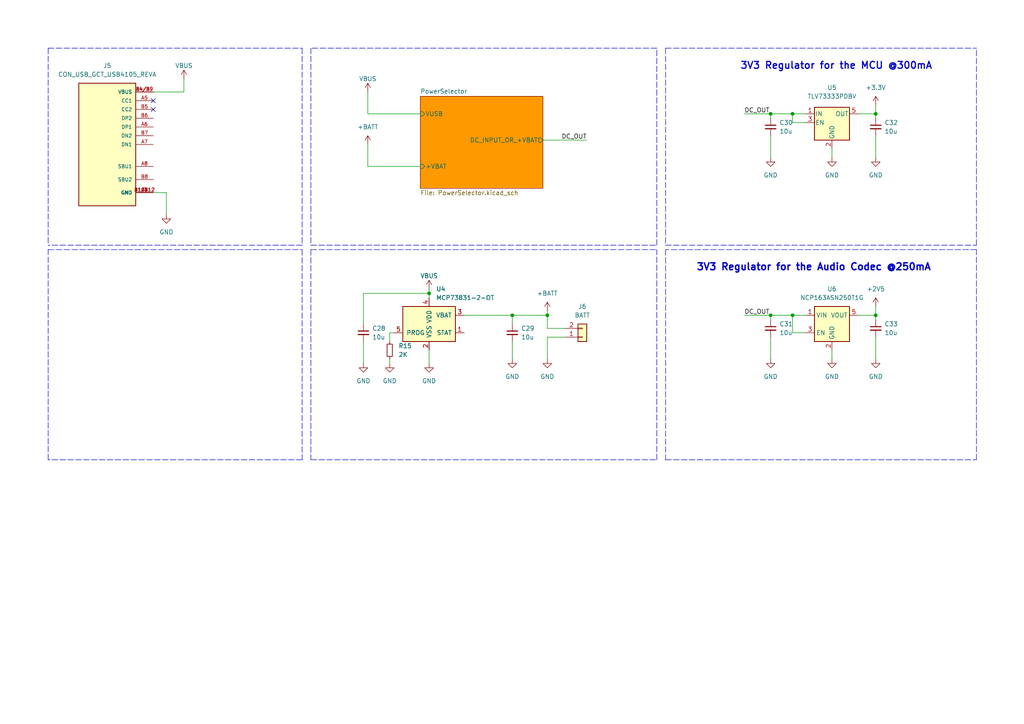
<source format=kicad_sch>
(kicad_sch (version 20211123) (generator eeschema)
  (paper "A4")
  (lib_symbols
    (symbol "1KiCadLib:CON_USB_GCT_USB4105_REVA" (pin_names (offset 1.016))
      (property "Reference" "J" (at -15.24 13.97 0))
      (property "Value" "CON_USB_GCT_USB4105_REVA" (at -12.7 -25.4 0))
      (symbol "CON_USB_GCT_USB4105_REVA_0_0"
        (rectangle (start -1.27 -22.86) (end 15.24 12.7) (stroke (width 0.254)) (fill (type background)))
        (pin power_in line (at 20.32 -19.05 180) (length 5.08) (name "GND") (number "A1/B12"))
        (pin power_in line (at 20.32 10.16 180) (length 5.08) (name "VBUS") (number "A4/B9"))
        (pin bidirectional line (at 20.32 7.62 180) (length 5.08) (name "CC1") (number "A5"))
        (pin bidirectional line (at 20.32 0 180) (length 5.08) (name "DP1") (number "A6"))
        (pin bidirectional line (at 20.32 -5.08 180) (length 5.08) (name "DN1") (number "A7"))
        (pin bidirectional line (at 20.32 -11.43 180) (length 5.08) (name "SBU1") (number "A8"))
        (pin power_in line (at 20.32 -19.05 180) (length 5.08) (name "GND") (number "B1/A12"))
        (pin power_in line (at 20.32 10.16 180) (length 5.08) (name "VBUS") (number "B4/A9"))
        (pin bidirectional line (at 20.32 5.08 180) (length 5.08) (name "CC2") (number "B5"))
        (pin bidirectional line (at 20.32 2.54 180) (length 5.08) (name "DP2") (number "B6"))
        (pin bidirectional line (at 20.32 -2.54 180) (length 5.08) (name "DN2") (number "B7"))
        (pin bidirectional line (at 20.32 -15.24 180) (length 5.08) (name "SBU2") (number "B8"))
        (pin power_in line (at 20.32 -19.05 180) (length 5.08) (name "GND") (number "G1"))
        (pin power_in line (at 20.32 -19.05 180) (length 5.08) (name "GND") (number "G2"))
        (pin power_in line (at 20.32 -19.05 180) (length 5.08) (name "GND") (number "G3"))
        (pin power_in line (at 20.32 -19.05 180) (length 5.08) (name "GND") (number "G4"))
      )
    )
    (symbol "Battery_Management:MCP73831-2-OT" (pin_names (offset 1.016))
      (property "Reference" "U" (at -7.62 6.35 0))
      (property "Value" "MCP73831-2-OT" (at 1.27 6.35 0))
      (symbol "MCP73831-2-OT_0_1"
        (rectangle (start -7.62 5.08) (end 7.62 -5.08) (stroke (width 0.254)) (fill (type background)))
      )
      (symbol "MCP73831-2-OT_1_1"
        (pin output line (at 10.16 -2.54 180) (length 2.54) (name "STAT") (number "1"))
        (pin power_in line (at 0 -7.62 90) (length 2.54) (name "VSS") (number "2"))
        (pin power_out line (at 10.16 2.54 180) (length 2.54) (name "VBAT") (number "3"))
        (pin power_in line (at 0 7.62 270) (length 2.54) (name "VDD") (number "4"))
        (pin input line (at -10.16 -2.54 0) (length 2.54) (name "PROG") (number "5"))
      )
    )
    (symbol "Connector_Generic:Conn_01x02" (pin_names (offset 1.016) hide)
      (property "Reference" "J" (at 0 2.54 0))
      (property "Value" "Conn_01x02" (at 0 -5.08 0))
      (symbol "Conn_01x02_1_1"
        (rectangle (start -1.27 -2.413) (end 0 -2.667) (stroke (width 0.1524)))
        (rectangle (start -1.27 0.127) (end 0 -0.127) (stroke (width 0.1524)))
        (rectangle (start -1.27 1.27) (end 1.27 -3.81) (stroke (width 0.254)) (fill (type background)))
        (pin passive line (at -5.08 0 0) (length 3.81) (name "Pin_1") (number "1"))
        (pin passive line (at -5.08 -2.54 0) (length 3.81) (name "Pin_2") (number "2"))
      )
    )
    (symbol "Device:C_Small" (pin_numbers hide) (pin_names (offset 0.254) hide)
      (property "Reference" "C" (at 0.254 1.778 0))
      (property "Value" "C_Small" (at 0.254 -2.032 0))
      (symbol "C_Small_0_1"
        (polyline (pts (xy -1.524 -0.508) (xy 1.524 -0.508)) (stroke (width 0.3302)))
        (polyline (pts (xy -1.524 0.508) (xy 1.524 0.508)) (stroke (width 0.3048)))
      )
      (symbol "C_Small_1_1"
        (pin passive line (at 0 2.54 270) (length 2.032) (name "~") (number "1"))
        (pin passive line (at 0 -2.54 90) (length 2.032) (name "~") (number "2"))
      )
    )
    (symbol "Device:R_Small" (pin_numbers hide) (pin_names (offset 0.254) hide)
      (property "Reference" "R" (at 0.762 0.508 0))
      (property "Value" "R_Small" (at 0.762 -1.016 0))
      (symbol "R_Small_0_1"
        (rectangle (start -0.762 1.778) (end 0.762 -1.778) (stroke (width 0.2032)))
      )
      (symbol "R_Small_1_1"
        (pin passive line (at 0 2.54 270) (length 0.762) (name "~") (number "1"))
        (pin passive line (at 0 -2.54 90) (length 0.762) (name "~") (number "2"))
      )
    )
    (symbol "Regulator_Linear:NCP163ASN280T1G"
      (property "Reference" "U" (at 0 8.89 0))
      (property "Value" "NCP163ASN280T1G" (at 0 6.35 0))
      (symbol "NCP163ASN280T1G_0_1"
        (rectangle (start -5.08 5.08) (end 5.08 -5.08) (stroke (width 0.254)) (fill (type background)))
      )
      (symbol "NCP163ASN280T1G_1_1"
        (pin power_in line (at -7.62 2.54 0) (length 2.54) (name "VIN") (number "1"))
        (pin power_in line (at 0 -7.62 90) (length 2.54) (name "GND") (number "2"))
        (pin input line (at -7.62 -2.54 0) (length 2.54) (name "EN") (number "3"))
        (pin no_connect line (at 5.08 -2.54 180) (length 2.54) hide (name "NC") (number "4"))
        (pin power_out line (at 7.62 2.54 180) (length 2.54) (name "VOUT") (number "5"))
      )
    )
    (symbol "Regulator_Linear:TLV73333PDBV" (pin_names (offset 0.254))
      (property "Reference" "U" (at -3.81 5.715 0))
      (property "Value" "TLV73333PDBV" (at 0 5.715 0))
      (symbol "TLV73333PDBV_0_1"
        (rectangle (start -5.08 4.445) (end 5.08 -5.08) (stroke (width 0.254)) (fill (type background)))
      )
      (symbol "TLV73333PDBV_1_1"
        (pin power_in line (at -7.62 2.54 0) (length 2.54) (name "IN") (number "1"))
        (pin power_in line (at 0 -7.62 90) (length 2.54) (name "GND") (number "2"))
        (pin input line (at -7.62 0 0) (length 2.54) (name "EN") (number "3"))
        (pin no_connect line (at 5.08 0 180) (length 2.54) hide (name "NC") (number "4"))
        (pin power_out line (at 7.62 2.54 180) (length 2.54) (name "OUT") (number "5"))
      )
    )
    (symbol "power:+2V5" (power) (pin_names (offset 0))
      (property "Value" "+2V5" (at 0 3.556 0))
      (symbol "+2V5_0_1"
        (polyline (pts (xy -0.762 1.27) (xy 0 2.54)))
        (polyline (pts (xy 0 0) (xy 0 2.54)))
        (polyline (pts (xy 0 2.54) (xy 0.762 1.27)))
      )
      (symbol "+2V5_1_1"
        (pin power_in line (at 0 0 90) (length 0) hide (name "+2V5") (number "1"))
      )
    )
    (symbol "power:+3.3V" (power) (pin_names (offset 0))
      (property "Value" "+3.3V" (at 0 3.556 0))
      (symbol "+3.3V_0_1"
        (polyline (pts (xy -0.762 1.27) (xy 0 2.54)))
        (polyline (pts (xy 0 0) (xy 0 2.54)))
        (polyline (pts (xy 0 2.54) (xy 0.762 1.27)))
      )
      (symbol "+3.3V_1_1"
        (pin power_in line (at 0 0 90) (length 0) hide (name "+3.3V") (number "1"))
      )
    )
    (symbol "power:+BATT" (power) (pin_names (offset 0))
      (property "Value" "+BATT" (at 0 3.556 0))
      (symbol "+BATT_0_1"
        (polyline (pts (xy -0.762 1.27) (xy 0 2.54)))
        (polyline (pts (xy 0 0) (xy 0 2.54)))
        (polyline (pts (xy 0 2.54) (xy 0.762 1.27)))
      )
      (symbol "+BATT_1_1"
        (pin power_in line (at 0 0 90) (length 0) hide (name "+BATT") (number "1"))
      )
    )
    (symbol "power:GND" (power) (pin_names (offset 0))
      (property "Value" "GND" (at 0 -3.81 0))
      (symbol "GND_0_1"
        (polyline (pts (xy 0 0) (xy 0 -1.27) (xy 1.27 -1.27) (xy 0 -2.54) (xy -1.27 -1.27) (xy 0 -1.27)))
      )
      (symbol "GND_1_1"
        (pin power_in line (at 0 0 270) (length 0) hide (name "GND") (number "1"))
      )
    )
    (symbol "power:VBUS" (power) (pin_names (offset 0))
      (property "Value" "VBUS" (at 0 3.81 0))
      (symbol "VBUS_0_1"
        (polyline (pts (xy -0.762 1.27) (xy 0 2.54)))
        (polyline (pts (xy 0 0) (xy 0 2.54)))
        (polyline (pts (xy 0 2.54) (xy 0.762 1.27)))
      )
      (symbol "VBUS_1_1"
        (pin power_in line (at 0 0 90) (length 0) hide (name "VBUS") (number "1"))
      )
    )
  )
  (junction (at 254 33.02))
  (junction (at 223.52 91.44))
  (junction (at 229.87 91.44))
  (junction (at 254 91.44))
  (junction (at 223.52 33.02))
  (junction (at 229.87 33.02))
  (junction (at 148.59 91.44))
  (junction (at 124.46 85.09))
  (junction (at 158.75 91.44))
  (no_connect (at 44.45 31.75))
  (no_connect (at 44.45 29.21))
  (wire (pts (xy 158.75 104.14) (xy 158.75 97.79)))
  (wire (pts (xy 229.87 96.52) (xy 229.87 91.44)))
  (wire (pts (xy 148.59 99.06) (xy 148.59 104.14)))
  (wire (pts (xy 105.41 85.09) (xy 105.41 93.98)))
  (polyline (pts (xy 90.17 71.12) (xy 190.5 71.12)))
  (wire (pts (xy 233.68 91.44) (xy 229.87 91.44)))
  (wire (pts (xy 233.68 35.56) (xy 229.87 35.56)))
  (polyline (pts (xy 190.5 13.97) (xy 90.17 13.97)))
  (wire (pts (xy 48.26 62.23) (xy 48.26 55.88)))
  (polyline (pts (xy 87.63 71.12) (xy 13.97 71.12)))
  (polyline (pts (xy 13.97 13.97) (xy 87.63 13.97)))
  (wire (pts (xy 223.52 39.37) (xy 223.52 45.72)))
  (wire (pts (xy 44.45 26.67) (xy 53.34 26.67)))
  (polyline (pts (xy 193.04 71.12) (xy 283.21 71.12)))
  (wire (pts (xy 113.03 96.52) (xy 113.03 99.06)))
  (wire (pts (xy 148.59 91.44) (xy 158.75 91.44)))
  (wire (pts (xy 163.83 95.25) (xy 158.75 95.25)))
  (wire (pts (xy 53.34 22.86) (xy 53.34 26.67)))
  (polyline (pts (xy 283.21 72.39) (xy 193.04 72.39)))
  (wire (pts (xy 215.9 91.44) (xy 223.52 91.44)))
  (wire (pts (xy 254 97.79) (xy 254 104.14)))
  (polyline (pts (xy 13.97 133.35) (xy 13.97 72.39)))
  (polyline (pts (xy 193.04 72.39) (xy 193.04 133.35)))
  (wire (pts (xy 233.68 96.52) (xy 229.87 96.52)))
  (wire (pts (xy 113.03 104.14) (xy 113.03 105.41)))
  (wire (pts (xy 106.68 48.26) (xy 121.92 48.26)))
  (polyline (pts (xy 193.04 133.35) (xy 283.21 133.35)))
  (wire (pts (xy 158.75 91.44) (xy 158.75 90.17)))
  (wire (pts (xy 229.87 33.02) (xy 223.52 33.02)))
  (wire (pts (xy 106.68 26.67) (xy 106.68 33.02)))
  (polyline (pts (xy 90.17 13.97) (xy 90.17 71.12)))
  (wire (pts (xy 124.46 101.6) (xy 124.46 105.41)))
  (wire (pts (xy 223.52 91.44) (xy 223.52 92.71)))
  (wire (pts (xy 254 39.37) (xy 254 45.72)))
  (wire (pts (xy 254 33.02) (xy 248.92 33.02)))
  (wire (pts (xy 254 92.71) (xy 254 91.44)))
  (wire (pts (xy 158.75 95.25) (xy 158.75 91.44)))
  (wire (pts (xy 215.9 33.02) (xy 223.52 33.02)))
  (wire (pts (xy 254 34.29) (xy 254 33.02)))
  (polyline (pts (xy 13.97 13.97) (xy 13.97 71.12)))
  (wire (pts (xy 223.52 33.02) (xy 223.52 34.29)))
  (wire (pts (xy 229.87 35.56) (xy 229.87 33.02)))
  (polyline (pts (xy 190.5 133.35) (xy 190.5 72.39)))
  (wire (pts (xy 124.46 83.82) (xy 124.46 85.09)))
  (wire (pts (xy 254 91.44) (xy 248.92 91.44)))
  (wire (pts (xy 124.46 85.09) (xy 124.46 86.36)))
  (wire (pts (xy 106.68 41.91) (xy 106.68 48.26)))
  (wire (pts (xy 223.52 97.79) (xy 223.52 104.14)))
  (wire (pts (xy 148.59 93.98) (xy 148.59 91.44)))
  (polyline (pts (xy 13.97 72.39) (xy 87.63 72.39)))
  (polyline (pts (xy 283.21 133.35) (xy 283.21 72.39)))
  (wire (pts (xy 105.41 99.06) (xy 105.41 105.41)))
  (wire (pts (xy 105.41 85.09) (xy 124.46 85.09)))
  (wire (pts (xy 106.68 33.02) (xy 121.92 33.02)))
  (wire (pts (xy 241.3 101.6) (xy 241.3 104.14)))
  (polyline (pts (xy 90.17 72.39) (xy 190.5 72.39)))
  (wire (pts (xy 148.59 91.44) (xy 134.62 91.44)))
  (wire (pts (xy 158.75 97.79) (xy 163.83 97.79)))
  (wire (pts (xy 241.3 43.18) (xy 241.3 45.72)))
  (wire (pts (xy 48.26 55.88) (xy 44.45 55.88)))
  (wire (pts (xy 233.68 33.02) (xy 229.87 33.02)))
  (wire (pts (xy 229.87 91.44) (xy 223.52 91.44)))
  (polyline (pts (xy 283.21 71.12) (xy 283.21 13.97)))
  (polyline (pts (xy 87.63 13.97) (xy 87.63 71.12)))
  (polyline (pts (xy 90.17 133.35) (xy 190.5 133.35)))
  (wire (pts (xy 254 30.48) (xy 254 33.02)))
  (polyline (pts (xy 190.5 71.12) (xy 190.5 13.97)))
  (wire (pts (xy 113.03 96.52) (xy 114.3 96.52)))
  (polyline (pts (xy 193.04 13.97) (xy 193.04 71.12)))
  (wire (pts (xy 254 88.9) (xy 254 91.44)))
  (wire (pts (xy 157.48 40.64) (xy 170.18 40.64)))
  (polyline (pts (xy 90.17 72.39) (xy 90.17 133.35)))
  (polyline (pts (xy 87.63 72.39) (xy 87.63 133.35)))
  (polyline (pts (xy 87.63 133.35) (xy 13.97 133.35)))
  (polyline (pts (xy 193.04 13.97) (xy 283.21 13.97)))
  (text "3V3 Regulator for the Audio Codec @250mA" (at 201.93 78.74 0) (effects (font (size 2 2) (thickness 0.4) bold) (justify left bottom)))
  (text "3V3 Regulator for the MCU @300mA" (at 214.63 20.32 0) (effects (font (size 2 2) (thickness 0.34) bold) (justify left bottom)))
  (label "DC_OUT" (at 170.18 40.64 180))
  (label "DC_OUT" (at 215.9 91.44 0))
  (label "DC_OUT" (at 215.9 33.02 0))
  (symbol (lib_id "power:+BATT") (at 158.75 90.17 0) (mirror y) (unit 1)
    (property "Reference" "#PWR043" (effects hide))
    (property "Value" "+BATT" (at 158.75 85.09 0))
  )
  (symbol (lib_id "Device:C_Small") (at 254 95.25 0) (unit 1)
    (property "Reference" "C33" (at 256.54 93.9862 0) (effects (justify left)))
    (property "Value" "10u" (at 256.54 96.5262 0) (effects (justify left)))
    (property "Footprint" "Capacitor_SMD:C_0805_2012Metric" (effects hide))
  )
  (symbol (lib_id "power:+2V5") (at 254 88.9 0) (unit 1)
    (property "Reference" "#PWR051" (effects hide))
    (property "Value" "+2V5" (at 254 83.82 0))
  )
  (symbol (lib_id "Regulator_Linear:TLV73333PDBV") (at 241.3 35.56 0) (unit 1)
    (property "Reference" "U5" (at 241.3 25.4 0))
    (property "Value" "TLV73333PDBV" (at 241.3 27.94 0))
    (property "Footprint" "Package_TO_SOT_SMD:SOT-23-5" (effects hide))
    (property "Datasheet" "http://www.ti.com/lit/ds/symlink/tlv733p.pdf" (effects hide))
  )
  (symbol (lib_id "power:GND") (at 124.46 105.41 0) (unit 1)
    (property "Reference" "#PWR041" (effects hide))
    (property "Value" "GND" (at 124.46 110.49 0))
  )
  (symbol (lib_id "power:GND") (at 148.59 104.14 0) (unit 1)
    (property "Reference" "#PWR042" (effects hide))
    (property "Value" "GND" (at 148.59 109.22 0))
  )
  (symbol (lib_id "Device:C_Small") (at 223.52 36.83 0) (unit 1)
    (property "Reference" "C30" (at 226.06 35.5662 0) (effects (justify left)))
    (property "Value" "10u" (at 226.06 38.1062 0) (effects (justify left)))
    (property "Footprint" "Capacitor_SMD:C_0805_2012Metric" (effects hide))
  )
  (symbol (lib_id "power:GND") (at 48.26 62.23 0) (unit 1)
    (property "Reference" "#PWR034" (effects hide))
    (property "Value" "GND" (at 48.26 67.31 0))
  )
  (symbol (lib_id "power:+3.3V") (at 254 30.48 0) (unit 1)
    (property "Reference" "#PWR049" (effects hide))
    (property "Value" "+3.3V" (at 254 25.4 0))
  )
  (symbol (lib_id "Device:R_Small") (at 113.03 101.6 0) (unit 1)
    (property "Reference" "R15" (at 115.57 100.3299 0) (effects (justify left)))
    (property "Value" "2K" (at 115.57 102.8699 0) (effects (justify left)))
    (property "Footprint" "Resistor_SMD:R_0805_2012Metric" (effects hide))
  )
  (symbol (lib_id "power:+BATT") (at 106.68 41.91 0) (unit 1)
    (property "Reference" "#PWR038" (effects hide))
    (property "Value" "+BATT" (at 106.68 36.83 0))
  )
  (symbol (lib_id "power:GND") (at 254 104.14 0) (unit 1)
    (property "Reference" "#PWR052" (effects hide))
    (property "Value" "GND" (at 254 109.22 0))
  )
  (symbol (lib_id "Device:C_Small") (at 105.41 96.52 0) (unit 1)
    (property "Reference" "C28" (at 107.95 95.2562 0) (effects (justify left)))
    (property "Value" "10u" (at 107.95 97.7962 0) (effects (justify left)))
    (property "Footprint" "Capacitor_SMD:C_0805_2012Metric" (effects hide))
  )
  (symbol (lib_id "power:GND") (at 223.52 45.72 0) (unit 1)
    (property "Reference" "#PWR045" (effects hide))
    (property "Value" "GND" (at 223.52 50.8 0))
  )
  (symbol (lib_id "power:GND") (at 254 45.72 0) (unit 1)
    (property "Reference" "#PWR050" (effects hide))
    (property "Value" "GND" (at 254 50.8 0))
  )
  (symbol (lib_id "power:VBUS") (at 53.34 22.86 0) (unit 1)
    (property "Reference" "#PWR035" (effects hide))
    (property "Value" "VBUS" (at 53.34 19.05 0))
  )
  (symbol (lib_id "power:GND") (at 113.03 105.41 0) (unit 1)
    (property "Reference" "#PWR039" (effects hide))
    (property "Value" "GND" (at 113.03 110.49 0))
  )
  (symbol (lib_id "Device:C_Small") (at 223.52 95.25 0) (unit 1)
    (property "Reference" "C31" (at 226.06 93.9862 0) (effects (justify left)))
    (property "Value" "10u" (at 226.06 96.5262 0) (effects (justify left)))
    (property "Footprint" "Capacitor_SMD:C_0805_2012Metric" (effects hide))
  )
  (symbol (lib_id "Regulator_Linear:NCP163ASN280T1G") (at 241.3 93.98 0) (unit 1)
    (property "Reference" "U6" (at 241.3 83.82 0))
    (property "Value" "NCP163ASN250T1G" (at 241.3 86.36 0))
    (property "Footprint" "Package_TO_SOT_SMD:SOT-23-5" (effects hide))
    (property "Datasheet" "https://www.onsemi.com/pdf/datasheet/ncp163-d.pdf" (effects hide))
  )
  (symbol (lib_id "power:GND") (at 241.3 104.14 0) (unit 1)
    (property "Reference" "#PWR048" (effects hide))
    (property "Value" "GND" (at 241.3 109.22 0))
  )
  (symbol (lib_id "Device:C_Small") (at 254 36.83 0) (unit 1)
    (property "Reference" "C32" (at 256.54 35.5662 0) (effects (justify left)))
    (property "Value" "10u" (at 256.54 38.1062 0) (effects (justify left)))
    (property "Footprint" "Capacitor_SMD:C_0805_2012Metric" (effects hide))
  )
  (symbol (lib_id "Connector_Generic:Conn_01x02") (at 168.91 97.79 0) (mirror x) (unit 1)
    (property "Reference" "J6" (at 168.91 88.9 0))
    (property "Value" "BATT" (at 168.91 91.44 0))
    (property "Footprint" "Connector_JST:JST_EH_S2B-EH_1x02_P2.50mm_Horizontal" (effects hide))
  )
  (symbol (lib_id "1KiCadLib:CON_USB_GCT_USB4105_REVA") (at 24.13 36.83 0) (unit 1)
    (property "Reference" "J5" (at 31.115 19.05 0))
    (property "Value" "CON_USB_GCT_USB4105_REVA" (at 31.115 21.59 0))
    (property "Footprint" "1KiCadLib:CON_USB_GCT_USB4105_REVA" (effects hide))
    (property "MAXIMUM_PACKAGE_HEIGHT" "3.31 mm" (effects hide))
    (property "MANUFACTURER" "GCT" (effects hide))
    (property "PARTREV" "0.2" (effects hide))
    (property "STANDARD" "Manufacturer Recommendations" (effects hide))
  )
  (symbol (lib_id "power:GND") (at 241.3 45.72 0) (unit 1)
    (property "Reference" "#PWR047" (effects hide))
    (property "Value" "GND" (at 241.3 50.8 0))
  )
  (symbol (lib_id "power:VBUS") (at 106.68 26.67 0) (unit 1)
    (property "Reference" "#PWR037" (effects hide))
    (property "Value" "VBUS" (at 106.68 22.86 0))
  )
  (symbol (lib_id "power:GND") (at 105.41 105.41 0) (unit 1)
    (property "Reference" "#PWR036" (effects hide))
    (property "Value" "GND" (at 105.41 110.49 0))
  )
  (symbol (lib_id "power:VBUS") (at 124.46 83.82 0) (unit 1)
    (property "Reference" "#PWR040" (effects hide))
    (property "Value" "VBUS" (at 124.46 80.01 0))
  )
  (symbol (lib_id "power:GND") (at 158.75 104.14 0) (mirror y) (unit 1)
    (property "Reference" "#PWR044" (effects hide))
    (property "Value" "GND" (at 158.75 109.22 0))
  )
  (symbol (lib_id "power:GND") (at 223.52 104.14 0) (unit 1)
    (property "Reference" "#PWR046" (effects hide))
    (property "Value" "GND" (at 223.52 109.22 0))
  )
  (symbol (lib_id "Device:C_Small") (at 148.59 96.52 0) (unit 1)
    (property "Reference" "C29" (at 151.13 95.2562 0) (effects (justify left)))
    (property "Value" "10u" (at 151.13 97.7962 0) (effects (justify left)))
    (property "Footprint" "Capacitor_SMD:C_0805_2012Metric" (effects hide))
  )
  (symbol (lib_id "Battery_Management:MCP73831-2-OT") (at 124.46 93.98 0) (unit 1)
    (property "Reference" "U4" (at 126.4794 83.82 0) (effects (justify left)))
    (property "Value" "MCP73831-2-OT" (at 126.4794 86.36 0) (effects (justify left)))
    (property "Footprint" "Package_TO_SOT_SMD:SOT-23-5" (effects hide))
    (property "Datasheet" "http://ww1.microchip.com/downloads/en/DeviceDoc/20001984g.pdf" (effects hide))
  )
  (sheet (at 121.92 27.94) (size 35.56 26.67) (stroke (width 0.1524)) (fill (color 255 153 0 1.0000))
    (property "Sheet name" "PowerSelector" (at 121.92 27.2284 0) (effects (justify left bottom)))
    (property "Sheet file" "PowerSelector.kicad_sch" (at 121.92 55.1946 0) (effects (justify left top)))
    (pin "DC_INPUT_OR_+VBAT" output (at 157.48 40.64 0))
    (pin "+VBAT" input (at 121.92 48.26 180))
    (pin "VUSB" input (at 121.92 33.02 180))
  )
)
</source>
